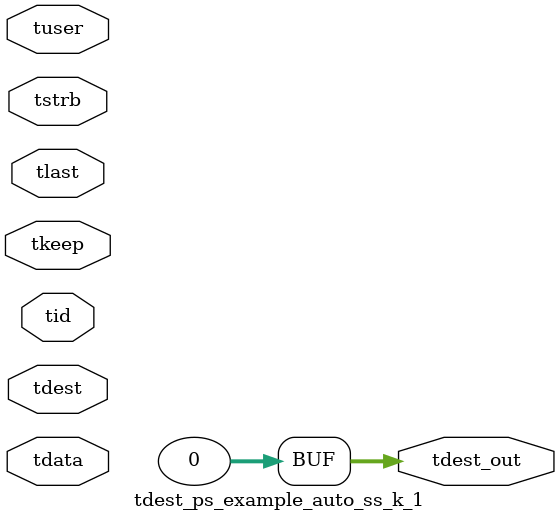
<source format=v>


`timescale 1ps/1ps

module tdest_ps_example_auto_ss_k_1 #
(
parameter C_S_AXIS_TDATA_WIDTH = 32,
parameter C_S_AXIS_TUSER_WIDTH = 0,
parameter C_S_AXIS_TID_WIDTH   = 0,
parameter C_S_AXIS_TDEST_WIDTH = 0,
parameter C_M_AXIS_TDEST_WIDTH = 32
)
(
input  [(C_S_AXIS_TDATA_WIDTH == 0 ? 1 : C_S_AXIS_TDATA_WIDTH)-1:0     ] tdata,
input  [(C_S_AXIS_TUSER_WIDTH == 0 ? 1 : C_S_AXIS_TUSER_WIDTH)-1:0     ] tuser,
input  [(C_S_AXIS_TID_WIDTH   == 0 ? 1 : C_S_AXIS_TID_WIDTH)-1:0       ] tid,
input  [(C_S_AXIS_TDEST_WIDTH == 0 ? 1 : C_S_AXIS_TDEST_WIDTH)-1:0     ] tdest,
input  [(C_S_AXIS_TDATA_WIDTH/8)-1:0 ] tkeep,
input  [(C_S_AXIS_TDATA_WIDTH/8)-1:0 ] tstrb,
input                                                                    tlast,
output [C_M_AXIS_TDEST_WIDTH-1:0] tdest_out
);

assign tdest_out = {1'b0};

endmodule


</source>
